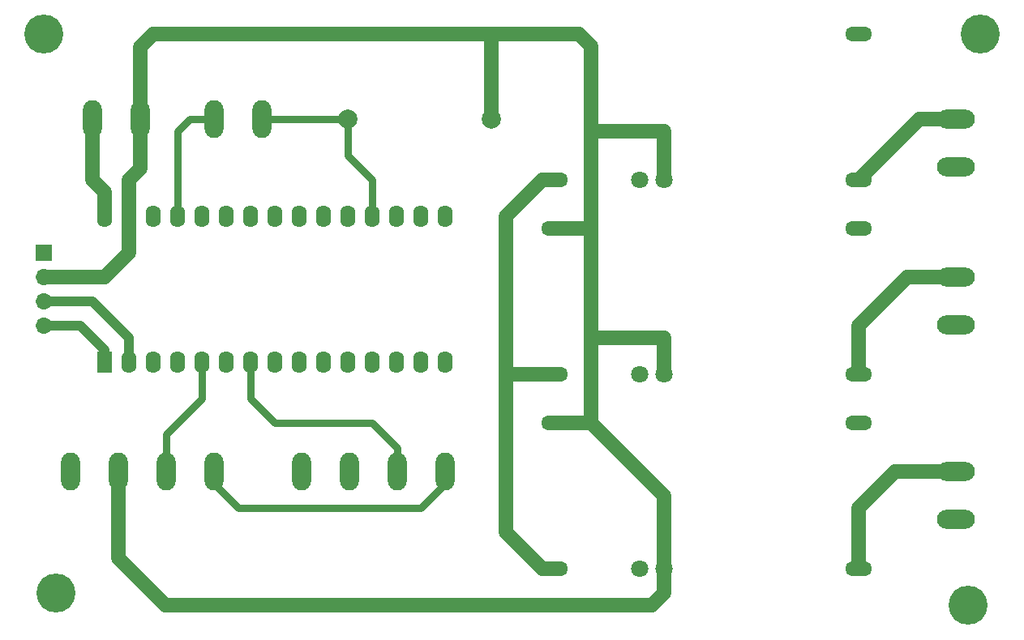
<source format=gbr>
G04 #@! TF.FileFunction,Copper,L2,Bot,Signal*
%FSLAX46Y46*%
G04 Gerber Fmt 4.6, Leading zero omitted, Abs format (unit mm)*
G04 Created by KiCad (PCBNEW 4.0.7) date 01/04/18 12:39:04*
%MOMM*%
%LPD*%
G01*
G04 APERTURE LIST*
%ADD10C,0.100000*%
%ADD11O,2.800000X1.524000*%
%ADD12C,1.800000*%
%ADD13O,1.981200X3.962400*%
%ADD14O,3.962400X1.981200*%
%ADD15C,1.998980*%
%ADD16R,1.574800X2.286000*%
%ADD17O,1.574800X2.286000*%
%ADD18R,1.700000X1.700000*%
%ADD19O,1.700000X1.700000*%
%ADD20C,4.064000*%
%ADD21C,1.500000*%
%ADD22C,0.800000*%
%ADD23C,1.000000*%
G04 APERTURE END LIST*
D10*
D11*
X74930000Y-77470000D03*
X74930000Y-62230000D03*
X106680000Y-77470000D03*
X106680000Y-62230000D03*
D12*
X83820000Y-77470000D03*
X86360000Y-77470000D03*
D13*
X26670000Y-71120000D03*
X31670000Y-71120000D03*
X39370000Y-71120000D03*
X44370000Y-71120000D03*
D14*
X116840000Y-71120000D03*
X116840000Y-76120000D03*
X116840000Y-87630000D03*
X116840000Y-92630000D03*
X116840000Y-107950000D03*
X116840000Y-112950000D03*
D13*
X39370000Y-107950000D03*
X34370000Y-107950000D03*
X24370000Y-107950000D03*
X29370000Y-107950000D03*
X63500000Y-107950000D03*
X58500000Y-107950000D03*
X48500000Y-107950000D03*
X53500000Y-107950000D03*
D15*
X53340000Y-71120000D03*
X68340000Y-71120000D03*
D16*
X27940000Y-96520000D03*
D17*
X30480000Y-96520000D03*
X33020000Y-96520000D03*
X35560000Y-96520000D03*
X38100000Y-96520000D03*
X40640000Y-96520000D03*
X43180000Y-96520000D03*
X45720000Y-96520000D03*
X48260000Y-96520000D03*
X50800000Y-96520000D03*
X53340000Y-96520000D03*
X55880000Y-96520000D03*
X58420000Y-96520000D03*
X60960000Y-96520000D03*
X63500000Y-96520000D03*
X63500000Y-81280000D03*
X60960000Y-81280000D03*
X58420000Y-81280000D03*
X55880000Y-81280000D03*
X53340000Y-81280000D03*
X50800000Y-81280000D03*
X48260000Y-81280000D03*
X45720000Y-81280000D03*
X43180000Y-81280000D03*
X40640000Y-81280000D03*
X38100000Y-81280000D03*
X35560000Y-81280000D03*
X33020000Y-81280000D03*
X30480000Y-81280000D03*
X27940000Y-81280000D03*
D11*
X74930000Y-97790000D03*
X74930000Y-82550000D03*
X106680000Y-97790000D03*
X106680000Y-82550000D03*
D12*
X83820000Y-97790000D03*
X86360000Y-97790000D03*
D11*
X74930000Y-118110000D03*
X74930000Y-102870000D03*
X106680000Y-118110000D03*
X106680000Y-102870000D03*
D12*
X83820000Y-118110000D03*
X86360000Y-118110000D03*
D18*
X21590000Y-85090000D03*
D19*
X21590000Y-87630000D03*
X21590000Y-90170000D03*
X21590000Y-92710000D03*
D20*
X119380000Y-62230000D03*
X118110000Y-121920000D03*
X22860000Y-120650000D03*
X21590000Y-62230000D03*
D21*
X74930000Y-118110000D02*
X73660000Y-118110000D01*
X73660000Y-118110000D02*
X69850000Y-114300000D01*
X69850000Y-114300000D02*
X69850000Y-97790000D01*
X74930000Y-77470000D02*
X73660000Y-77470000D01*
X73660000Y-77470000D02*
X69850000Y-81280000D01*
X69850000Y-97790000D02*
X74930000Y-97790000D01*
X69850000Y-81280000D02*
X69850000Y-97790000D01*
X26670000Y-71120000D02*
X26670000Y-77470000D01*
X27940000Y-78740000D02*
X27940000Y-81280000D01*
X26670000Y-77470000D02*
X27940000Y-78740000D01*
X21590000Y-87630000D02*
X27940000Y-87630000D01*
X30480000Y-85090000D02*
X30480000Y-81280000D01*
X27940000Y-87630000D02*
X30480000Y-85090000D01*
X29370000Y-107950000D02*
X29370000Y-117000000D01*
X86360000Y-120650000D02*
X86360000Y-118110000D01*
X85090000Y-121920000D02*
X86360000Y-120650000D01*
X34290000Y-121920000D02*
X85090000Y-121920000D01*
X29370000Y-117000000D02*
X34290000Y-121920000D01*
X86360000Y-118110000D02*
X86360000Y-110490000D01*
X86360000Y-110490000D02*
X78740000Y-102870000D01*
X86360000Y-97790000D02*
X86360000Y-93980000D01*
X86360000Y-93980000D02*
X78740000Y-93980000D01*
X86360000Y-77470000D02*
X86360000Y-72390000D01*
X86360000Y-72390000D02*
X78740000Y-72390000D01*
X31670000Y-71120000D02*
X31670000Y-76280000D01*
X30480000Y-77470000D02*
X30480000Y-81280000D01*
X31670000Y-76280000D02*
X30480000Y-77470000D01*
X68340000Y-71120000D02*
X68340000Y-62230000D01*
X68340000Y-62230000D02*
X67310000Y-62230000D01*
X78740000Y-82550000D02*
X78740000Y-93980000D01*
X78740000Y-93980000D02*
X78740000Y-102870000D01*
X78740000Y-102870000D02*
X74930000Y-102870000D01*
X74930000Y-62230000D02*
X77470000Y-62230000D01*
X78740000Y-82550000D02*
X74930000Y-82550000D01*
X78740000Y-63500000D02*
X78740000Y-72390000D01*
X78740000Y-72390000D02*
X78740000Y-82550000D01*
X77470000Y-62230000D02*
X78740000Y-63500000D01*
X31670000Y-71120000D02*
X31670000Y-63580000D01*
X33020000Y-62230000D02*
X67310000Y-62230000D01*
X67310000Y-62230000D02*
X74930000Y-62230000D01*
X31670000Y-63580000D02*
X33020000Y-62230000D01*
D22*
X63500000Y-107950000D02*
X63500000Y-109220000D01*
X63500000Y-109220000D02*
X60960000Y-111760000D01*
X60960000Y-111760000D02*
X41910000Y-111760000D01*
X41910000Y-111760000D02*
X39370000Y-109220000D01*
X39370000Y-109220000D02*
X39370000Y-107950000D01*
X39370000Y-71120000D02*
X36830000Y-71120000D01*
X35560000Y-72390000D02*
X35560000Y-81280000D01*
X36830000Y-71120000D02*
X35560000Y-72390000D01*
X53340000Y-71120000D02*
X53340000Y-74930000D01*
X55880000Y-77470000D02*
X55880000Y-81280000D01*
X53340000Y-74930000D02*
X55880000Y-77470000D01*
X44370000Y-71120000D02*
X53340000Y-71120000D01*
D21*
X106680000Y-77470000D02*
X113030000Y-71120000D01*
X113030000Y-71120000D02*
X116840000Y-71120000D01*
X106680000Y-97790000D02*
X106680000Y-92710000D01*
X111760000Y-87630000D02*
X116840000Y-87630000D01*
X106680000Y-92710000D02*
X111760000Y-87630000D01*
X106680000Y-118110000D02*
X106680000Y-111760000D01*
X110490000Y-107950000D02*
X116840000Y-107950000D01*
X106680000Y-111760000D02*
X110490000Y-107950000D01*
D22*
X34370000Y-107950000D02*
X34370000Y-104060000D01*
X38100000Y-100330000D02*
X38100000Y-96520000D01*
X34370000Y-104060000D02*
X38100000Y-100330000D01*
X58500000Y-107950000D02*
X58500000Y-105490000D01*
X43180000Y-100330000D02*
X43180000Y-96520000D01*
X45720000Y-102870000D02*
X43180000Y-100330000D01*
X55880000Y-102870000D02*
X45720000Y-102870000D01*
X58500000Y-105490000D02*
X55880000Y-102870000D01*
D23*
X21590000Y-90170000D02*
X26670000Y-90170000D01*
X30480000Y-93980000D02*
X30480000Y-96520000D01*
X26670000Y-90170000D02*
X30480000Y-93980000D01*
X21590000Y-92710000D02*
X25400000Y-92710000D01*
X27940000Y-95250000D02*
X27940000Y-96520000D01*
X25400000Y-92710000D02*
X27940000Y-95250000D01*
M02*

</source>
